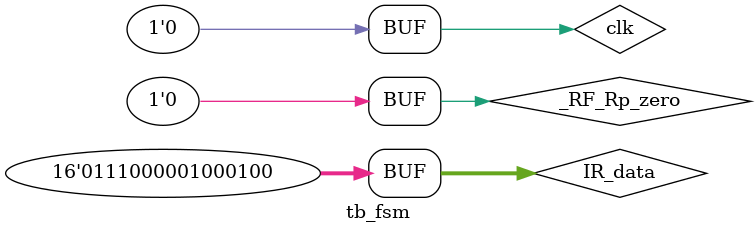
<source format=sv>
`timescale 1ns / 1ps


module tb_fsm( );
    
    logic[0:15] IR_data;
    logic       PC_ld, PC_clr, PC_inc, clk;
    logic       I_rd, IR_ld, _D_rd, _D_wr;
    logic       _RF_Rp_zero, _RF_W_addr, _RF_Rp_addr, _RF_Rq_addr;
    logic [0:7] _D_addr, _RF_W_data;
    logic [0:3] _RF_W_wr, _RF_Rp_rd, _RF_Rq_rd;
    logic [0:1] _RF_s, _alu_s ;
    
    FSM ControlBlock( clk, _RF_Rp_zero, IR_data,
                          PC_ld, PC_clr, PC_inc,
                          I_rd, IR_ld, _D_rd, _D_wr,
                          _RF_W_addr, _RF_Rp_addr, _RF_Rq_addr,
                          _D_addr, _RF_W_data,
                          _RF_W_wr, _RF_Rp_rd, _RF_Rq_rd,
                          _RF_s, _alu_s );
    
    always
          begin
          clk=1; #5;  clk=0; #5;
          end
      
      initial begin
          _RF_Rp_zero = 1;
          IR_data= {4'b011, 4'b0100, 8'b00001111}; #40;
          IR_data= {4'b011, 4'b1000, 8'b01111000}; #30;
          
          IR_data= {4'b010, 4'b0001, 4'b1000, 4'b0100}; #30;
          IR_data= {4'b100, 4'b0000, 4'b1000, 4'b0001}; #30;
          
          IR_data= {4'b000, 4'b0100, 8'b00001111}; #30;
          IR_data= {4'b000, 4'b1000, 8'b01111000}; #30;
          IR_data= {4'b001, 4'b0100, 8'b00001111}; #30;
          IR_data= {4'b001, 4'b1000, 8'b01111000}; #30;
          
          IR_data= {4'b101, 4'b0000, 8'b00001001}; #100;
          _RF_Rp_zero = 0;
          IR_data= {4'b111, 4'b0000, 8'b01000100}; #100;
      end

endmodule

</source>
